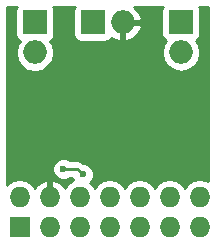
<source format=gbr>
G04 #@! TF.GenerationSoftware,KiCad,Pcbnew,no-vcs-found-7664~57~ubuntu16.10.1*
G04 #@! TF.CreationDate,2017-02-22T20:40:57+01:00*
G04 #@! TF.ProjectId,MysXLedDimmer,4D7973584C656444696D6D65722E6B69,rev?*
G04 #@! TF.FileFunction,Copper,L2,Bot,Signal*
G04 #@! TF.FilePolarity,Positive*
%FSLAX46Y46*%
G04 Gerber Fmt 4.6, Leading zero omitted, Abs format (unit mm)*
G04 Created by KiCad (PCBNEW no-vcs-found-7664~57~ubuntu16.10.1) date Wed Feb 22 20:40:57 2017*
%MOMM*%
%LPD*%
G01*
G04 APERTURE LIST*
%ADD10C,0.100000*%
%ADD11O,1.727200X1.727200*%
%ADD12R,1.727200X1.727200*%
%ADD13O,1.998980X1.998980*%
%ADD14R,1.998980X1.998980*%
%ADD15C,0.600000*%
%ADD16C,0.250000*%
%ADD17C,0.254000*%
G04 APERTURE END LIST*
D10*
D11*
X145453100Y-121653300D03*
X145453100Y-124193300D03*
X142913100Y-121653300D03*
X142913100Y-124193300D03*
X140373100Y-121653300D03*
X140373100Y-124193300D03*
X137833100Y-121653300D03*
D12*
X137833100Y-124193300D03*
D11*
X147993100Y-124193300D03*
X147993100Y-121653300D03*
X150533100Y-124193300D03*
X150533100Y-121653300D03*
X153073100Y-124193300D03*
X153073100Y-121653300D03*
D13*
X139115800Y-109410500D03*
D14*
X139115800Y-106870500D03*
D13*
X146558000Y-106870500D03*
D14*
X144018000Y-106870500D03*
D13*
X151485600Y-109397800D03*
D14*
X151485600Y-106857800D03*
D15*
X143167100Y-119748300D03*
X141528800Y-119278400D03*
X146748500Y-116903500D03*
X148717000Y-117957600D03*
X142062200Y-117957600D03*
X142582900Y-111937800D03*
X152615900Y-112001300D03*
D16*
X141528800Y-119278400D02*
X142697200Y-119278400D01*
X142697200Y-119278400D02*
X143167100Y-119748300D01*
D17*
G36*
X137518153Y-105623245D02*
X137468870Y-105871010D01*
X137468870Y-107869990D01*
X137518153Y-108117755D01*
X137658501Y-108327799D01*
X137818427Y-108434659D01*
X137605728Y-108752986D01*
X137481310Y-109378478D01*
X137481310Y-109442522D01*
X137605728Y-110068014D01*
X137960041Y-110598281D01*
X138490308Y-110952594D01*
X139115800Y-111077012D01*
X139741292Y-110952594D01*
X140271559Y-110598281D01*
X140625872Y-110068014D01*
X140750290Y-109442522D01*
X140750290Y-109378478D01*
X140625872Y-108752986D01*
X140413173Y-108434659D01*
X140573099Y-108327799D01*
X140713447Y-108117755D01*
X140762730Y-107869990D01*
X140762730Y-105871010D01*
X140713447Y-105623245D01*
X140655018Y-105535800D01*
X142478782Y-105535800D01*
X142420353Y-105623245D01*
X142371070Y-105871010D01*
X142371070Y-107869990D01*
X142420353Y-108117755D01*
X142560701Y-108327799D01*
X142770745Y-108468147D01*
X143018510Y-108517430D01*
X145017490Y-108517430D01*
X145265255Y-108468147D01*
X145475299Y-108327799D01*
X145578942Y-108172687D01*
X145598274Y-108193568D01*
X146177645Y-108460127D01*
X146431000Y-108341307D01*
X146431000Y-106997500D01*
X146685000Y-106997500D01*
X146685000Y-108341307D01*
X146938355Y-108460127D01*
X147517726Y-108193568D01*
X147950987Y-107725584D01*
X148147619Y-107250854D01*
X148028265Y-106997500D01*
X146685000Y-106997500D01*
X146431000Y-106997500D01*
X146411000Y-106997500D01*
X146411000Y-106743500D01*
X146431000Y-106743500D01*
X146431000Y-106723500D01*
X146685000Y-106723500D01*
X146685000Y-106743500D01*
X148028265Y-106743500D01*
X148147619Y-106490146D01*
X147950987Y-106015416D01*
X147517726Y-105547432D01*
X147492444Y-105535800D01*
X149937896Y-105535800D01*
X149887953Y-105610545D01*
X149838670Y-105858310D01*
X149838670Y-107857290D01*
X149887953Y-108105055D01*
X150028301Y-108315099D01*
X150188227Y-108421959D01*
X149975528Y-108740286D01*
X149851110Y-109365778D01*
X149851110Y-109429822D01*
X149975528Y-110055314D01*
X150329841Y-110585581D01*
X150860108Y-110939894D01*
X151485600Y-111064312D01*
X152111092Y-110939894D01*
X152641359Y-110585581D01*
X152995672Y-110055314D01*
X153120090Y-109429822D01*
X153120090Y-109365778D01*
X152995672Y-108740286D01*
X152782973Y-108421959D01*
X152942899Y-108315099D01*
X153083247Y-108105055D01*
X153132530Y-107857290D01*
X153132530Y-105858310D01*
X153083247Y-105610545D01*
X153033304Y-105535800D01*
X153798200Y-105535800D01*
X153798200Y-120340718D01*
X153646589Y-120239415D01*
X153073100Y-120125341D01*
X152499611Y-120239415D01*
X152013430Y-120564271D01*
X151803100Y-120879052D01*
X151592770Y-120564271D01*
X151106589Y-120239415D01*
X150533100Y-120125341D01*
X149959611Y-120239415D01*
X149473430Y-120564271D01*
X149263100Y-120879052D01*
X149052770Y-120564271D01*
X148566589Y-120239415D01*
X147993100Y-120125341D01*
X147419611Y-120239415D01*
X146933430Y-120564271D01*
X146723100Y-120879052D01*
X146512770Y-120564271D01*
X146026589Y-120239415D01*
X145453100Y-120125341D01*
X144879611Y-120239415D01*
X144393430Y-120564271D01*
X144183100Y-120879052D01*
X143972770Y-120564271D01*
X143793286Y-120444344D01*
X143959292Y-120278627D01*
X144101938Y-119935099D01*
X144102262Y-119563133D01*
X143960217Y-119219357D01*
X143697427Y-118956108D01*
X143353899Y-118813462D01*
X143307023Y-118813421D01*
X143234601Y-118740999D01*
X142988039Y-118576252D01*
X142697200Y-118518400D01*
X142091263Y-118518400D01*
X142059127Y-118486208D01*
X141715599Y-118343562D01*
X141343633Y-118343238D01*
X140999857Y-118485283D01*
X140736608Y-118748073D01*
X140593962Y-119091601D01*
X140593638Y-119463567D01*
X140735683Y-119807343D01*
X140998473Y-120070592D01*
X141342001Y-120213238D01*
X141713967Y-120213562D01*
X142057743Y-120071517D01*
X142090918Y-120038400D01*
X142275295Y-120038400D01*
X142356929Y-120235970D01*
X142339611Y-120239415D01*
X141853430Y-120564271D01*
X141637436Y-120887528D01*
X141579921Y-120764810D01*
X141148047Y-120370612D01*
X140732126Y-120198342D01*
X140500100Y-120319483D01*
X140500100Y-121526300D01*
X140520100Y-121526300D01*
X140520100Y-121780300D01*
X140500100Y-121780300D01*
X140500100Y-121800300D01*
X140246100Y-121800300D01*
X140246100Y-121780300D01*
X140226100Y-121780300D01*
X140226100Y-121526300D01*
X140246100Y-121526300D01*
X140246100Y-120319483D01*
X140014074Y-120198342D01*
X139598153Y-120370612D01*
X139166279Y-120764810D01*
X139108764Y-120887528D01*
X138892770Y-120564271D01*
X138406589Y-120239415D01*
X137833100Y-120125341D01*
X137259611Y-120239415D01*
X136773430Y-120564271D01*
X136727000Y-120633758D01*
X136727000Y-105535800D01*
X137576582Y-105535800D01*
X137518153Y-105623245D01*
X137518153Y-105623245D01*
G37*
X137518153Y-105623245D02*
X137468870Y-105871010D01*
X137468870Y-107869990D01*
X137518153Y-108117755D01*
X137658501Y-108327799D01*
X137818427Y-108434659D01*
X137605728Y-108752986D01*
X137481310Y-109378478D01*
X137481310Y-109442522D01*
X137605728Y-110068014D01*
X137960041Y-110598281D01*
X138490308Y-110952594D01*
X139115800Y-111077012D01*
X139741292Y-110952594D01*
X140271559Y-110598281D01*
X140625872Y-110068014D01*
X140750290Y-109442522D01*
X140750290Y-109378478D01*
X140625872Y-108752986D01*
X140413173Y-108434659D01*
X140573099Y-108327799D01*
X140713447Y-108117755D01*
X140762730Y-107869990D01*
X140762730Y-105871010D01*
X140713447Y-105623245D01*
X140655018Y-105535800D01*
X142478782Y-105535800D01*
X142420353Y-105623245D01*
X142371070Y-105871010D01*
X142371070Y-107869990D01*
X142420353Y-108117755D01*
X142560701Y-108327799D01*
X142770745Y-108468147D01*
X143018510Y-108517430D01*
X145017490Y-108517430D01*
X145265255Y-108468147D01*
X145475299Y-108327799D01*
X145578942Y-108172687D01*
X145598274Y-108193568D01*
X146177645Y-108460127D01*
X146431000Y-108341307D01*
X146431000Y-106997500D01*
X146685000Y-106997500D01*
X146685000Y-108341307D01*
X146938355Y-108460127D01*
X147517726Y-108193568D01*
X147950987Y-107725584D01*
X148147619Y-107250854D01*
X148028265Y-106997500D01*
X146685000Y-106997500D01*
X146431000Y-106997500D01*
X146411000Y-106997500D01*
X146411000Y-106743500D01*
X146431000Y-106743500D01*
X146431000Y-106723500D01*
X146685000Y-106723500D01*
X146685000Y-106743500D01*
X148028265Y-106743500D01*
X148147619Y-106490146D01*
X147950987Y-106015416D01*
X147517726Y-105547432D01*
X147492444Y-105535800D01*
X149937896Y-105535800D01*
X149887953Y-105610545D01*
X149838670Y-105858310D01*
X149838670Y-107857290D01*
X149887953Y-108105055D01*
X150028301Y-108315099D01*
X150188227Y-108421959D01*
X149975528Y-108740286D01*
X149851110Y-109365778D01*
X149851110Y-109429822D01*
X149975528Y-110055314D01*
X150329841Y-110585581D01*
X150860108Y-110939894D01*
X151485600Y-111064312D01*
X152111092Y-110939894D01*
X152641359Y-110585581D01*
X152995672Y-110055314D01*
X153120090Y-109429822D01*
X153120090Y-109365778D01*
X152995672Y-108740286D01*
X152782973Y-108421959D01*
X152942899Y-108315099D01*
X153083247Y-108105055D01*
X153132530Y-107857290D01*
X153132530Y-105858310D01*
X153083247Y-105610545D01*
X153033304Y-105535800D01*
X153798200Y-105535800D01*
X153798200Y-120340718D01*
X153646589Y-120239415D01*
X153073100Y-120125341D01*
X152499611Y-120239415D01*
X152013430Y-120564271D01*
X151803100Y-120879052D01*
X151592770Y-120564271D01*
X151106589Y-120239415D01*
X150533100Y-120125341D01*
X149959611Y-120239415D01*
X149473430Y-120564271D01*
X149263100Y-120879052D01*
X149052770Y-120564271D01*
X148566589Y-120239415D01*
X147993100Y-120125341D01*
X147419611Y-120239415D01*
X146933430Y-120564271D01*
X146723100Y-120879052D01*
X146512770Y-120564271D01*
X146026589Y-120239415D01*
X145453100Y-120125341D01*
X144879611Y-120239415D01*
X144393430Y-120564271D01*
X144183100Y-120879052D01*
X143972770Y-120564271D01*
X143793286Y-120444344D01*
X143959292Y-120278627D01*
X144101938Y-119935099D01*
X144102262Y-119563133D01*
X143960217Y-119219357D01*
X143697427Y-118956108D01*
X143353899Y-118813462D01*
X143307023Y-118813421D01*
X143234601Y-118740999D01*
X142988039Y-118576252D01*
X142697200Y-118518400D01*
X142091263Y-118518400D01*
X142059127Y-118486208D01*
X141715599Y-118343562D01*
X141343633Y-118343238D01*
X140999857Y-118485283D01*
X140736608Y-118748073D01*
X140593962Y-119091601D01*
X140593638Y-119463567D01*
X140735683Y-119807343D01*
X140998473Y-120070592D01*
X141342001Y-120213238D01*
X141713967Y-120213562D01*
X142057743Y-120071517D01*
X142090918Y-120038400D01*
X142275295Y-120038400D01*
X142356929Y-120235970D01*
X142339611Y-120239415D01*
X141853430Y-120564271D01*
X141637436Y-120887528D01*
X141579921Y-120764810D01*
X141148047Y-120370612D01*
X140732126Y-120198342D01*
X140500100Y-120319483D01*
X140500100Y-121526300D01*
X140520100Y-121526300D01*
X140520100Y-121780300D01*
X140500100Y-121780300D01*
X140500100Y-121800300D01*
X140246100Y-121800300D01*
X140246100Y-121780300D01*
X140226100Y-121780300D01*
X140226100Y-121526300D01*
X140246100Y-121526300D01*
X140246100Y-120319483D01*
X140014074Y-120198342D01*
X139598153Y-120370612D01*
X139166279Y-120764810D01*
X139108764Y-120887528D01*
X138892770Y-120564271D01*
X138406589Y-120239415D01*
X137833100Y-120125341D01*
X137259611Y-120239415D01*
X136773430Y-120564271D01*
X136727000Y-120633758D01*
X136727000Y-105535800D01*
X137576582Y-105535800D01*
X137518153Y-105623245D01*
M02*

</source>
